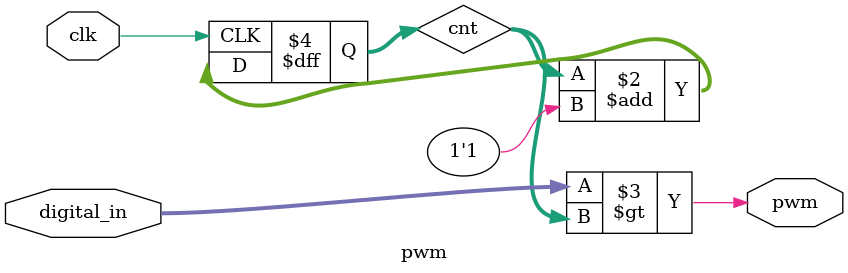
<source format=v>
`timescale 1ns / 1ns

module pwm
    #(
        parameter WIDTH = 16
    )
    (
        input wire clk,
        input wire[WIDTH-1:0] digital_in,
        output wire pwm
    );

    reg[WIDTH-1:0] cnt;

    always @(posedge clk) begin
        cnt <= cnt + 1'b1;
    end

    assign pwm = (digital_in > cnt);
endmodule

</source>
